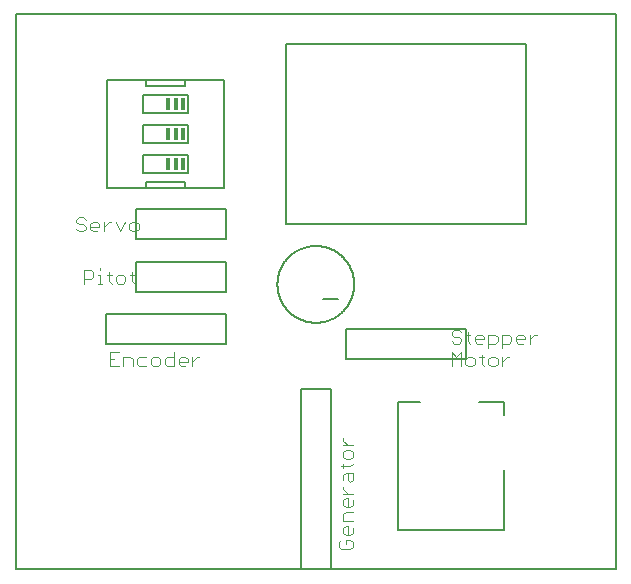
<source format=gto>
G75*
%MOIN*%
%OFA0B0*%
%FSLAX25Y25*%
%IPPOS*%
%LPD*%
%AMOC8*
5,1,8,0,0,1.08239X$1,22.5*
%
%ADD10C,0.00500*%
%ADD11C,0.00400*%
%ADD12C,0.00800*%
%ADD13C,0.00600*%
%ADD14R,0.01500X0.04000*%
D10*
X0006800Y0006800D02*
X0006800Y0191800D01*
X0206800Y0191800D01*
X0206800Y0006800D01*
X0006800Y0006800D01*
X0036800Y0081800D02*
X0076800Y0081800D01*
X0076800Y0091800D01*
X0036800Y0091800D01*
X0036800Y0081800D01*
X0046800Y0099300D02*
X0046800Y0109300D01*
X0076800Y0109300D01*
X0076800Y0099300D01*
X0046800Y0099300D01*
X0046800Y0116800D02*
X0076800Y0116800D01*
X0076800Y0126800D01*
X0046800Y0126800D01*
X0046800Y0116800D01*
X0096800Y0121800D02*
X0176800Y0121800D01*
X0176800Y0181800D01*
X0096800Y0181800D01*
X0096800Y0121800D01*
X0116800Y0086800D02*
X0156800Y0086800D01*
X0156800Y0076800D01*
X0116800Y0076800D01*
X0116800Y0086800D01*
X0111800Y0066800D02*
X0101800Y0066800D01*
X0101800Y0006800D01*
X0111800Y0006800D01*
X0111800Y0066800D01*
D11*
X0116031Y0050465D02*
X0116031Y0049698D01*
X0117565Y0048163D01*
X0116031Y0048163D02*
X0119100Y0048163D01*
X0118333Y0046629D02*
X0116798Y0046629D01*
X0116031Y0045861D01*
X0116031Y0044327D01*
X0116798Y0043559D01*
X0118333Y0043559D01*
X0119100Y0044327D01*
X0119100Y0045861D01*
X0118333Y0046629D01*
X0119100Y0042025D02*
X0118333Y0041257D01*
X0115263Y0041257D01*
X0116031Y0040490D02*
X0116031Y0042025D01*
X0116798Y0038955D02*
X0119100Y0038955D01*
X0119100Y0036653D01*
X0118333Y0035886D01*
X0117565Y0036653D01*
X0117565Y0038955D01*
X0116798Y0038955D02*
X0116031Y0038188D01*
X0116031Y0036653D01*
X0116031Y0034352D02*
X0116031Y0033584D01*
X0117565Y0032050D01*
X0116031Y0032050D02*
X0119100Y0032050D01*
X0117565Y0030515D02*
X0116798Y0030515D01*
X0116031Y0029748D01*
X0116031Y0028213D01*
X0116798Y0027446D01*
X0118333Y0027446D01*
X0119100Y0028213D01*
X0119100Y0029748D01*
X0117565Y0030515D02*
X0117565Y0027446D01*
X0116798Y0025911D02*
X0119100Y0025911D01*
X0116798Y0025911D02*
X0116031Y0025144D01*
X0116031Y0022842D01*
X0119100Y0022842D01*
X0117565Y0021307D02*
X0116798Y0021307D01*
X0116031Y0020540D01*
X0116031Y0019005D01*
X0116798Y0018238D01*
X0118333Y0018238D01*
X0119100Y0019005D01*
X0119100Y0020540D01*
X0117565Y0021307D02*
X0117565Y0018238D01*
X0116798Y0016703D02*
X0116798Y0015169D01*
X0116798Y0016703D02*
X0118333Y0016703D01*
X0119100Y0015936D01*
X0119100Y0014401D01*
X0118333Y0013634D01*
X0115263Y0013634D01*
X0114496Y0014401D01*
X0114496Y0015936D01*
X0115263Y0016703D01*
X0152074Y0074500D02*
X0152074Y0079104D01*
X0153609Y0077569D01*
X0155144Y0079104D01*
X0155144Y0074500D01*
X0156678Y0075267D02*
X0156678Y0076802D01*
X0157446Y0077569D01*
X0158980Y0077569D01*
X0159748Y0076802D01*
X0159748Y0075267D01*
X0158980Y0074500D01*
X0157446Y0074500D01*
X0156678Y0075267D01*
X0161282Y0077569D02*
X0162817Y0077569D01*
X0162050Y0078337D02*
X0162050Y0075267D01*
X0162817Y0074500D01*
X0164352Y0075267D02*
X0165119Y0074500D01*
X0166654Y0074500D01*
X0167421Y0075267D01*
X0167421Y0076802D01*
X0166654Y0077569D01*
X0165119Y0077569D01*
X0164352Y0076802D01*
X0164352Y0075267D01*
X0168955Y0074500D02*
X0168955Y0077569D01*
X0168955Y0076035D02*
X0170490Y0077569D01*
X0171257Y0077569D01*
X0168955Y0080465D02*
X0168955Y0085069D01*
X0171257Y0085069D01*
X0172025Y0084302D01*
X0172025Y0082767D01*
X0171257Y0082000D01*
X0168955Y0082000D01*
X0167421Y0082767D02*
X0167421Y0084302D01*
X0166654Y0085069D01*
X0164352Y0085069D01*
X0164352Y0080465D01*
X0164352Y0082000D02*
X0166654Y0082000D01*
X0167421Y0082767D01*
X0162817Y0083535D02*
X0159748Y0083535D01*
X0159748Y0084302D02*
X0160515Y0085069D01*
X0162050Y0085069D01*
X0162817Y0084302D01*
X0162817Y0083535D01*
X0162050Y0082000D02*
X0160515Y0082000D01*
X0159748Y0082767D01*
X0159748Y0084302D01*
X0158213Y0085069D02*
X0156678Y0085069D01*
X0157446Y0085837D02*
X0157446Y0082767D01*
X0158213Y0082000D01*
X0155144Y0082767D02*
X0154376Y0082000D01*
X0152842Y0082000D01*
X0152074Y0082767D01*
X0152842Y0084302D02*
X0154376Y0084302D01*
X0155144Y0083535D01*
X0155144Y0082767D01*
X0152842Y0084302D02*
X0152074Y0085069D01*
X0152074Y0085837D01*
X0152842Y0086604D01*
X0154376Y0086604D01*
X0155144Y0085837D01*
X0173559Y0084302D02*
X0173559Y0082767D01*
X0174327Y0082000D01*
X0175861Y0082000D01*
X0176629Y0083535D02*
X0173559Y0083535D01*
X0173559Y0084302D02*
X0174327Y0085069D01*
X0175861Y0085069D01*
X0176629Y0084302D01*
X0176629Y0083535D01*
X0178163Y0083535D02*
X0179698Y0085069D01*
X0180465Y0085069D01*
X0178163Y0085069D02*
X0178163Y0082000D01*
X0067965Y0077569D02*
X0067198Y0077569D01*
X0065663Y0076035D01*
X0065663Y0077569D02*
X0065663Y0074500D01*
X0064129Y0076035D02*
X0061059Y0076035D01*
X0061059Y0076802D02*
X0061827Y0077569D01*
X0063361Y0077569D01*
X0064129Y0076802D01*
X0064129Y0076035D01*
X0063361Y0074500D02*
X0061827Y0074500D01*
X0061059Y0075267D01*
X0061059Y0076802D01*
X0059525Y0077569D02*
X0057223Y0077569D01*
X0056455Y0076802D01*
X0056455Y0075267D01*
X0057223Y0074500D01*
X0059525Y0074500D01*
X0059525Y0079104D01*
X0054921Y0076802D02*
X0054921Y0075267D01*
X0054154Y0074500D01*
X0052619Y0074500D01*
X0051852Y0075267D01*
X0051852Y0076802D01*
X0052619Y0077569D01*
X0054154Y0077569D01*
X0054921Y0076802D01*
X0050317Y0077569D02*
X0048015Y0077569D01*
X0047248Y0076802D01*
X0047248Y0075267D01*
X0048015Y0074500D01*
X0050317Y0074500D01*
X0045713Y0074500D02*
X0045713Y0076802D01*
X0044946Y0077569D01*
X0042644Y0077569D01*
X0042644Y0074500D01*
X0041109Y0074500D02*
X0038040Y0074500D01*
X0038040Y0079104D01*
X0041109Y0079104D01*
X0039574Y0076802D02*
X0038040Y0076802D01*
X0038708Y0102000D02*
X0037941Y0102767D01*
X0037941Y0105837D01*
X0038708Y0105069D02*
X0037173Y0105069D01*
X0034871Y0105069D02*
X0034871Y0102000D01*
X0034104Y0102000D02*
X0035639Y0102000D01*
X0034871Y0105069D02*
X0034104Y0105069D01*
X0032569Y0104302D02*
X0031802Y0103535D01*
X0029500Y0103535D01*
X0029500Y0102000D02*
X0029500Y0106604D01*
X0031802Y0106604D01*
X0032569Y0105837D01*
X0032569Y0104302D01*
X0034871Y0106604D02*
X0034871Y0107371D01*
X0040242Y0104302D02*
X0040242Y0102767D01*
X0041010Y0102000D01*
X0042544Y0102000D01*
X0043312Y0102767D01*
X0043312Y0104302D01*
X0042544Y0105069D01*
X0041010Y0105069D01*
X0040242Y0104302D01*
X0044846Y0105069D02*
X0046381Y0105069D01*
X0045614Y0105837D02*
X0045614Y0102767D01*
X0046381Y0102000D01*
X0046950Y0119500D02*
X0047718Y0120267D01*
X0047718Y0121802D01*
X0046950Y0122569D01*
X0045416Y0122569D01*
X0044648Y0121802D01*
X0044648Y0120267D01*
X0045416Y0119500D01*
X0046950Y0119500D01*
X0043114Y0122569D02*
X0041579Y0119500D01*
X0040044Y0122569D01*
X0038510Y0122569D02*
X0037742Y0122569D01*
X0036208Y0121035D01*
X0036208Y0122569D02*
X0036208Y0119500D01*
X0034673Y0121035D02*
X0031604Y0121035D01*
X0031604Y0121802D02*
X0031604Y0120267D01*
X0032371Y0119500D01*
X0033906Y0119500D01*
X0034673Y0121035D02*
X0034673Y0121802D01*
X0033906Y0122569D01*
X0032371Y0122569D01*
X0031604Y0121802D01*
X0030069Y0121035D02*
X0030069Y0120267D01*
X0029302Y0119500D01*
X0027767Y0119500D01*
X0027000Y0120267D01*
X0027767Y0121802D02*
X0029302Y0121802D01*
X0030069Y0121035D01*
X0030069Y0123337D02*
X0029302Y0124104D01*
X0027767Y0124104D01*
X0027000Y0123337D01*
X0027000Y0122569D01*
X0027767Y0121802D01*
D12*
X0094005Y0101800D02*
X0094009Y0102114D01*
X0094020Y0102428D01*
X0094040Y0102741D01*
X0094067Y0103054D01*
X0094101Y0103366D01*
X0094143Y0103677D01*
X0094193Y0103987D01*
X0094251Y0104296D01*
X0094316Y0104603D01*
X0094388Y0104909D01*
X0094468Y0105213D01*
X0094556Y0105514D01*
X0094651Y0105814D01*
X0094753Y0106111D01*
X0094862Y0106405D01*
X0094979Y0106696D01*
X0095103Y0106985D01*
X0095233Y0107271D01*
X0095371Y0107553D01*
X0095516Y0107832D01*
X0095667Y0108107D01*
X0095825Y0108378D01*
X0095990Y0108645D01*
X0096161Y0108909D01*
X0096339Y0109167D01*
X0096523Y0109422D01*
X0096713Y0109672D01*
X0096909Y0109917D01*
X0097112Y0110157D01*
X0097320Y0110393D01*
X0097533Y0110623D01*
X0097753Y0110847D01*
X0097977Y0111067D01*
X0098207Y0111280D01*
X0098443Y0111488D01*
X0098683Y0111691D01*
X0098928Y0111887D01*
X0099178Y0112077D01*
X0099433Y0112261D01*
X0099691Y0112439D01*
X0099955Y0112610D01*
X0100222Y0112775D01*
X0100493Y0112933D01*
X0100768Y0113084D01*
X0101047Y0113229D01*
X0101329Y0113367D01*
X0101615Y0113497D01*
X0101904Y0113621D01*
X0102195Y0113738D01*
X0102489Y0113847D01*
X0102786Y0113949D01*
X0103086Y0114044D01*
X0103387Y0114132D01*
X0103691Y0114212D01*
X0103997Y0114284D01*
X0104304Y0114349D01*
X0104613Y0114407D01*
X0104923Y0114457D01*
X0105234Y0114499D01*
X0105546Y0114533D01*
X0105859Y0114560D01*
X0106172Y0114580D01*
X0106486Y0114591D01*
X0106800Y0114595D01*
X0107114Y0114591D01*
X0107428Y0114580D01*
X0107741Y0114560D01*
X0108054Y0114533D01*
X0108366Y0114499D01*
X0108677Y0114457D01*
X0108987Y0114407D01*
X0109296Y0114349D01*
X0109603Y0114284D01*
X0109909Y0114212D01*
X0110213Y0114132D01*
X0110514Y0114044D01*
X0110814Y0113949D01*
X0111111Y0113847D01*
X0111405Y0113738D01*
X0111696Y0113621D01*
X0111985Y0113497D01*
X0112271Y0113367D01*
X0112553Y0113229D01*
X0112832Y0113084D01*
X0113107Y0112933D01*
X0113378Y0112775D01*
X0113645Y0112610D01*
X0113909Y0112439D01*
X0114167Y0112261D01*
X0114422Y0112077D01*
X0114672Y0111887D01*
X0114917Y0111691D01*
X0115157Y0111488D01*
X0115393Y0111280D01*
X0115623Y0111067D01*
X0115847Y0110847D01*
X0116067Y0110623D01*
X0116280Y0110393D01*
X0116488Y0110157D01*
X0116691Y0109917D01*
X0116887Y0109672D01*
X0117077Y0109422D01*
X0117261Y0109167D01*
X0117439Y0108909D01*
X0117610Y0108645D01*
X0117775Y0108378D01*
X0117933Y0108107D01*
X0118084Y0107832D01*
X0118229Y0107553D01*
X0118367Y0107271D01*
X0118497Y0106985D01*
X0118621Y0106696D01*
X0118738Y0106405D01*
X0118847Y0106111D01*
X0118949Y0105814D01*
X0119044Y0105514D01*
X0119132Y0105213D01*
X0119212Y0104909D01*
X0119284Y0104603D01*
X0119349Y0104296D01*
X0119407Y0103987D01*
X0119457Y0103677D01*
X0119499Y0103366D01*
X0119533Y0103054D01*
X0119560Y0102741D01*
X0119580Y0102428D01*
X0119591Y0102114D01*
X0119595Y0101800D01*
X0119591Y0101486D01*
X0119580Y0101172D01*
X0119560Y0100859D01*
X0119533Y0100546D01*
X0119499Y0100234D01*
X0119457Y0099923D01*
X0119407Y0099613D01*
X0119349Y0099304D01*
X0119284Y0098997D01*
X0119212Y0098691D01*
X0119132Y0098387D01*
X0119044Y0098086D01*
X0118949Y0097786D01*
X0118847Y0097489D01*
X0118738Y0097195D01*
X0118621Y0096904D01*
X0118497Y0096615D01*
X0118367Y0096329D01*
X0118229Y0096047D01*
X0118084Y0095768D01*
X0117933Y0095493D01*
X0117775Y0095222D01*
X0117610Y0094955D01*
X0117439Y0094691D01*
X0117261Y0094433D01*
X0117077Y0094178D01*
X0116887Y0093928D01*
X0116691Y0093683D01*
X0116488Y0093443D01*
X0116280Y0093207D01*
X0116067Y0092977D01*
X0115847Y0092753D01*
X0115623Y0092533D01*
X0115393Y0092320D01*
X0115157Y0092112D01*
X0114917Y0091909D01*
X0114672Y0091713D01*
X0114422Y0091523D01*
X0114167Y0091339D01*
X0113909Y0091161D01*
X0113645Y0090990D01*
X0113378Y0090825D01*
X0113107Y0090667D01*
X0112832Y0090516D01*
X0112553Y0090371D01*
X0112271Y0090233D01*
X0111985Y0090103D01*
X0111696Y0089979D01*
X0111405Y0089862D01*
X0111111Y0089753D01*
X0110814Y0089651D01*
X0110514Y0089556D01*
X0110213Y0089468D01*
X0109909Y0089388D01*
X0109603Y0089316D01*
X0109296Y0089251D01*
X0108987Y0089193D01*
X0108677Y0089143D01*
X0108366Y0089101D01*
X0108054Y0089067D01*
X0107741Y0089040D01*
X0107428Y0089020D01*
X0107114Y0089009D01*
X0106800Y0089005D01*
X0106486Y0089009D01*
X0106172Y0089020D01*
X0105859Y0089040D01*
X0105546Y0089067D01*
X0105234Y0089101D01*
X0104923Y0089143D01*
X0104613Y0089193D01*
X0104304Y0089251D01*
X0103997Y0089316D01*
X0103691Y0089388D01*
X0103387Y0089468D01*
X0103086Y0089556D01*
X0102786Y0089651D01*
X0102489Y0089753D01*
X0102195Y0089862D01*
X0101904Y0089979D01*
X0101615Y0090103D01*
X0101329Y0090233D01*
X0101047Y0090371D01*
X0100768Y0090516D01*
X0100493Y0090667D01*
X0100222Y0090825D01*
X0099955Y0090990D01*
X0099691Y0091161D01*
X0099433Y0091339D01*
X0099178Y0091523D01*
X0098928Y0091713D01*
X0098683Y0091909D01*
X0098443Y0092112D01*
X0098207Y0092320D01*
X0097977Y0092533D01*
X0097753Y0092753D01*
X0097533Y0092977D01*
X0097320Y0093207D01*
X0097112Y0093443D01*
X0096909Y0093683D01*
X0096713Y0093928D01*
X0096523Y0094178D01*
X0096339Y0094433D01*
X0096161Y0094691D01*
X0095990Y0094955D01*
X0095825Y0095222D01*
X0095667Y0095493D01*
X0095516Y0095768D01*
X0095371Y0096047D01*
X0095233Y0096329D01*
X0095103Y0096615D01*
X0094979Y0096904D01*
X0094862Y0097195D01*
X0094753Y0097489D01*
X0094651Y0097786D01*
X0094556Y0098086D01*
X0094468Y0098387D01*
X0094388Y0098691D01*
X0094316Y0098997D01*
X0094251Y0099304D01*
X0094193Y0099613D01*
X0094143Y0099923D01*
X0094101Y0100234D01*
X0094067Y0100546D01*
X0094040Y0100859D01*
X0094020Y0101172D01*
X0094009Y0101486D01*
X0094005Y0101800D01*
X0109300Y0096800D02*
X0114300Y0096800D01*
X0134083Y0062706D02*
X0141564Y0062706D01*
X0134083Y0062706D02*
X0134083Y0019792D01*
X0169517Y0019792D01*
X0169517Y0039871D01*
X0169517Y0058375D02*
X0169517Y0062706D01*
X0161249Y0062706D01*
D13*
X0076300Y0133800D02*
X0063300Y0133800D01*
X0050300Y0133800D01*
X0050300Y0135800D01*
X0063300Y0135800D01*
X0063300Y0133800D01*
X0064300Y0138800D02*
X0064300Y0144800D01*
X0049300Y0144800D01*
X0049300Y0138800D01*
X0064300Y0138800D01*
X0064300Y0148800D02*
X0064300Y0154800D01*
X0049300Y0154800D01*
X0049300Y0148800D01*
X0064300Y0148800D01*
X0064300Y0158800D02*
X0064300Y0164800D01*
X0049300Y0164800D01*
X0049300Y0158800D01*
X0064300Y0158800D01*
X0063300Y0167800D02*
X0063300Y0169800D01*
X0050300Y0169800D01*
X0037300Y0169800D01*
X0037300Y0133800D01*
X0050300Y0133800D01*
X0076300Y0133800D02*
X0076300Y0169800D01*
X0063300Y0169800D01*
X0063300Y0167800D02*
X0050300Y0167800D01*
X0050300Y0169800D01*
D14*
X0057550Y0161800D03*
X0060050Y0161800D03*
X0062550Y0161800D03*
X0062550Y0151800D03*
X0060050Y0151800D03*
X0057550Y0151800D03*
X0057550Y0141800D03*
X0060050Y0141800D03*
X0062550Y0141800D03*
M02*

</source>
